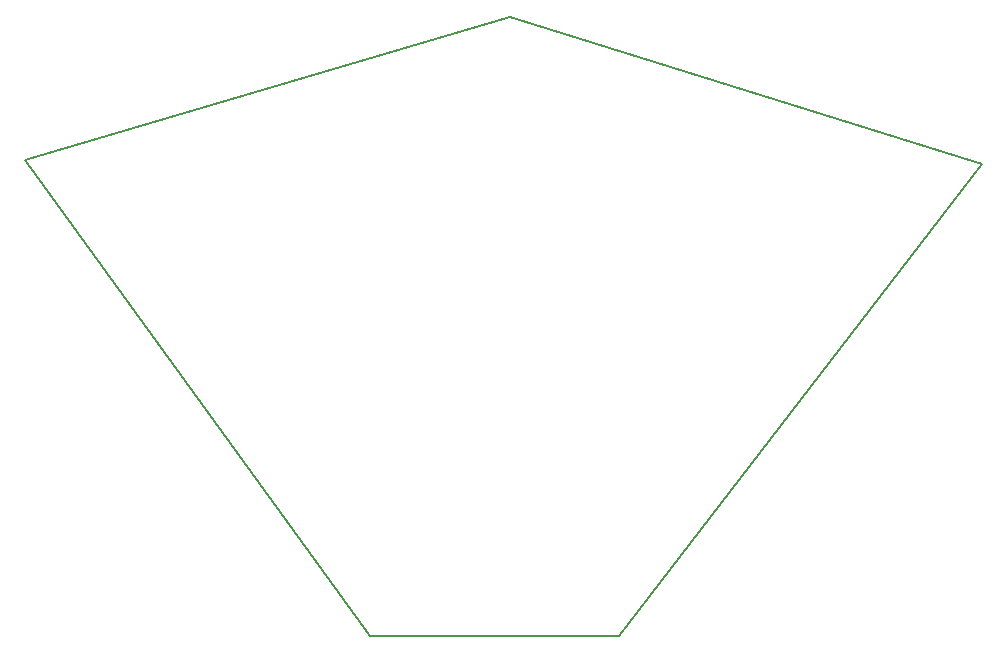
<source format=gbr>
G04 #@! TF.GenerationSoftware,KiCad,Pcbnew,(5.1.0)-1*
G04 #@! TF.CreationDate,2019-05-19T02:09:04+02:00*
G04 #@! TF.ProjectId,ADClock,4144436c-6f63-46b2-9e6b-696361645f70,rev?*
G04 #@! TF.SameCoordinates,Original*
G04 #@! TF.FileFunction,Profile,NP*
%FSLAX46Y46*%
G04 Gerber Fmt 4.6, Leading zero omitted, Abs format (unit mm)*
G04 Created by KiCad (PCBNEW (5.1.0)-1) date 2019-05-19 02:09:04*
%MOMM*%
%LPD*%
G04 APERTURE LIST*
%ADD10C,0.200000*%
G04 APERTURE END LIST*
D10*
X193668625Y-41405921D02*
X233630610Y-53917978D01*
X202892964Y-93876918D02*
X181825602Y-93876918D01*
X233630610Y-53917978D02*
X202892964Y-93876918D01*
X181825602Y-93876918D02*
X152590773Y-53553015D01*
X152590773Y-53553015D02*
X193668625Y-41405921D01*
M02*

</source>
